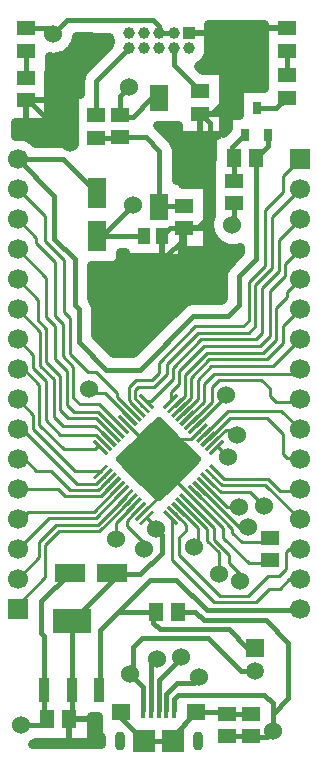
<source format=gbr>
G04 DipTrace 2.4.0.2*
%INTop.gbr*%
%MOMM*%
%ADD14C,0.406*%
%ADD15C,0.254*%
%ADD16C,0.4*%
%ADD17C,0.635*%
%ADD18C,0.762*%
%ADD19C,0.508*%
%ADD21R,2.6X1.6*%
%ADD22R,1.3X1.5*%
%ADD23R,1.5X1.3*%
%ADD24R,1.6X2.6*%
%ADD26R,1.7X1.7*%
%ADD27C,1.7*%
%ADD28R,1.9X1.9*%
%ADD29O,0.9X1.6*%
%ADD30R,1.6X1.4*%
%ADD31R,0.4X1.35*%
%ADD32R,1.0X1.0*%
%ADD33C,1.0*%
%ADD34R,1.0X1.35*%
%ADD35R,1.5X1.5*%
%ADD36C,1.5*%
%ADD38R,0.65X1.05*%
%ADD39R,1.6X2.2*%
%ADD41R,0.95X2.15*%
%ADD42R,3.25X2.15*%
%ADD44C,1.524*%
%FSLAX53Y53*%
G04*
G71*
G90*
G75*
G01*
%LNTop*%
%LPD*%
X16002Y61468D2*
D14*
X19457D1*
X21895D1*
X22337Y61910D1*
X24308D1*
X16992Y54658D2*
X17933D1*
X20921Y57646D1*
Y60004D1*
X19457Y61468D1*
X2200Y55826D2*
X2368D1*
X5997Y52197D1*
X11022Y28900D2*
D15*
X11004D1*
X8890Y31015D1*
X7903D1*
X7565Y31352D1*
X16962Y22960D2*
X16967D1*
X20628Y19299D1*
X21085D1*
X21009Y19679D1*
X12437Y20486D2*
X13257Y19665D1*
D14*
Y19517D1*
X13748Y19026D1*
Y17503D1*
X11906Y15661D1*
X9531D1*
Y15813D1*
X5899Y3392D2*
X6097Y3589D1*
Y5899D1*
Y11699D1*
X9531Y15133D1*
Y15813D1*
X13761Y44328D2*
X14398Y44965D1*
X15650D1*
X16992Y54658D2*
X17800Y53850D1*
Y46024D1*
X16741Y44965D1*
X15650D1*
X15327Y44277D2*
Y43848D1*
X14202Y42723D1*
X10381D1*
X8214Y40556D1*
X10669Y28547D2*
D15*
Y28523D1*
X12090Y27102D1*
X13117D1*
X16224D1*
X16962Y27840D1*
X16255Y22253D2*
X15011Y23497D1*
Y25207D1*
X14580Y25639D1*
X13117Y27102D1*
X12083Y20839D2*
X14580Y23336D1*
Y25639D1*
X2261Y61910D2*
D14*
X4028D1*
X4521Y61417D1*
X14732Y61468D2*
X13462D1*
Y62103D1*
X12979Y62586D1*
X5690D1*
X4521Y61417D1*
X13462Y55987D2*
X12858D1*
X11303Y54432D1*
X10333D1*
X10185Y54580D1*
X14762Y4199D2*
D16*
Y5135D1*
D14*
X15113Y5486D1*
X22403D1*
X23114Y4775D1*
Y3854D1*
Y2371D1*
X22622Y1880D1*
X21361D1*
X21260Y1981D1*
X19228Y1986D2*
X21255D1*
X21260Y1981D1*
X22716Y52867D2*
Y51895D1*
X21723Y50902D1*
X16255Y22253D2*
D15*
Y22226D1*
X18916Y19565D1*
Y18766D1*
X21085Y16598D1*
X22634D1*
X22907Y16871D1*
X3999Y3392D2*
D14*
X3797Y3594D1*
Y5899D1*
X12735Y24850D2*
X12561Y24676D1*
Y24215D1*
X13114Y24768D1*
Y25045D1*
X13045Y24976D1*
X8232Y47951D2*
X5384Y50800D1*
X1524D1*
X21723Y50902D2*
Y42357D1*
X20284Y40918D1*
Y38468D1*
X19337Y37521D1*
X16385D1*
X11873Y33009D1*
X9033D1*
X6694Y35349D1*
Y38133D1*
X6359Y38468D1*
Y42366D1*
X4633Y44093D1*
Y47691D1*
X1524Y50800D1*
X10185Y54580D2*
Y56145D1*
X10995Y56955D1*
X3797Y5899D2*
Y10439D1*
X3492Y10744D1*
Y13374D1*
X5931Y15813D1*
X1770Y2934D2*
X3542D1*
X3999Y3392D1*
X15121Y12497D2*
X16552D1*
X17277Y11771D1*
X22520D1*
X24454Y9837D1*
Y5194D1*
X23114Y3854D1*
X16609Y28193D2*
D15*
X19205Y30789D1*
Y30816D1*
X8232Y44351D2*
D14*
X8256Y44328D1*
X12261D1*
X11276Y46921D2*
X8707Y44351D1*
X8232D1*
X20816Y52867D2*
X20675D1*
X19696Y51887D1*
Y51028D1*
X19823Y50902D1*
X19831Y49012D2*
Y50893D1*
X19823Y50902D1*
X21766Y55167D2*
X23442D1*
X24308Y56032D1*
X10185Y52680D2*
X12395D1*
X13538Y51537D1*
Y46863D1*
X13462Y46787D1*
X8204Y52629D2*
X10135D1*
X10185Y52680D1*
X15650Y46865D2*
X13540D1*
X21260Y3881D2*
X19233D1*
X19228Y3886D1*
X10262Y3974D2*
Y3524D1*
X12262Y1524D1*
X14662D2*
X12262D1*
X14662D2*
Y1974D1*
X16662Y3974D1*
X19140D1*
X19228Y3886D1*
X14112Y4199D2*
D16*
X14100Y4211D1*
D14*
Y5545D1*
X15058Y6504D1*
X16478D1*
X16886Y6912D1*
Y6983D1*
X16609Y22607D2*
D15*
X16635D1*
X19715Y19527D1*
Y19185D1*
X20514Y18386D1*
X22522D1*
X22907Y18771D1*
X2200Y57726D2*
D14*
Y59949D1*
X2261Y60010D1*
X12162Y4199D2*
D16*
X12144Y4217D1*
D14*
Y6165D1*
X11065Y7244D1*
X21597Y7455D2*
X20414D1*
X17620Y10249D1*
X12028D1*
X11267Y9489D1*
Y7445D1*
X11065Y7244D1*
X24308Y57932D2*
Y60010D1*
X17669Y27132D2*
D15*
X17695D1*
X19468Y28905D1*
X22628D1*
X23962Y27572D1*
Y25852D1*
X24295Y25519D1*
X25281D1*
X25400Y25400D1*
X17316Y27486D2*
X19352Y29522D1*
X23818D1*
X25400Y27940D1*
X15548Y29254D2*
Y29264D1*
X16764Y30480D1*
Y32131D1*
X17907Y33274D1*
X23114D1*
X25400Y35560D1*
X15194Y29607D2*
Y29622D1*
X16180Y30607D1*
Y32309D1*
X17755Y33884D1*
X22631D1*
X24028Y35281D1*
Y36728D1*
X25400Y38100D1*
X14841Y29961D2*
X14848D1*
X15672Y30785D1*
Y32537D1*
X17551Y34417D1*
X22301D1*
X23419Y35535D1*
Y38227D1*
X24359Y39167D1*
Y39599D1*
X25400Y40640D1*
X14487Y30314D2*
Y31124D1*
X15164Y31801D1*
Y32893D1*
X17272Y35001D1*
X22047D1*
X22860Y35814D1*
Y39675D1*
X24155Y40970D1*
Y41935D1*
X25400Y43180D1*
X12437Y30314D2*
X12788D1*
X14656Y32182D1*
Y33172D1*
X17043Y35560D1*
X21742D1*
X22250Y36068D1*
Y39954D1*
X23622Y41326D1*
Y43942D1*
X25400Y45720D1*
X12083Y29961D2*
X11430Y30614D1*
Y31267D1*
X11709Y31547D1*
X13056D1*
X14148Y32639D1*
Y33452D1*
X16840Y36144D1*
X21082D1*
X21666Y36728D1*
Y40157D1*
X23089Y41580D1*
Y45949D1*
X25400Y48260D1*
X11730Y29607D2*
Y29622D1*
X10922Y30429D1*
Y31521D1*
X11557Y32156D1*
X12903D1*
X13487Y32741D1*
Y33604D1*
X16561Y36678D1*
X20650D1*
X21133Y37160D1*
Y40437D1*
X22504Y41808D1*
Y46482D1*
X24028Y48006D1*
Y49428D1*
X25400Y50800D1*
X1524Y48260D2*
X1549D1*
X3835Y45974D1*
Y43891D1*
X5461Y42266D1*
Y37871D1*
X5954Y37378D1*
Y34340D1*
X7487Y32807D1*
X8188D1*
X9957Y31039D1*
Y30673D1*
X11376Y29254D1*
X9608Y27486D2*
X8189Y28905D1*
X5817D1*
X5131Y29591D1*
Y32461D1*
X3962Y33630D1*
Y36449D1*
X3226Y37186D1*
Y38938D1*
X1524Y40640D1*
X9255Y27132D2*
X8117Y28270D1*
X5334D1*
X4572Y29032D1*
Y32207D1*
X3429Y33350D1*
Y36195D1*
X1524Y38100D1*
X8901Y26779D2*
X8883D1*
X8153Y27508D1*
X5156D1*
X3962Y28702D1*
Y32004D1*
X2845Y33122D1*
Y34239D1*
X1524Y35560D1*
X8548Y26425D2*
X8239D1*
X8103Y26289D1*
X5436D1*
X3378Y28346D1*
Y31699D1*
X2057Y33020D1*
X1524D1*
X8548Y24375D2*
Y24435D1*
X6375D1*
X2819Y27991D1*
Y29185D1*
X1524Y30480D1*
Y27940D2*
X1880D1*
X6528Y23292D1*
X8172D1*
X8901Y24021D1*
X9255Y23668D2*
X8371Y22784D1*
X5969D1*
X4343Y24409D1*
X3124D1*
X2134Y25400D1*
X1524D1*
Y22860D2*
X4978D1*
X5563Y22276D1*
X8570D1*
X9608Y23314D1*
X9962Y22960D2*
X7982Y20980D1*
X2438D1*
X1803Y20345D1*
X1549D1*
X1524Y20320D1*
Y17780D2*
Y17805D1*
X4191Y20472D1*
X8181D1*
X10315Y22607D1*
X1524Y15240D2*
Y15316D1*
X3327Y17120D1*
Y18415D1*
X4801Y19888D1*
X8304D1*
X10669Y22253D1*
X1524Y12700D2*
Y13106D1*
X3886Y15469D1*
Y18161D1*
X5029Y19304D1*
X8427D1*
X11022Y21900D1*
X14732Y60198D2*
D14*
Y58817D1*
X16992Y56558D1*
X20255Y21374D2*
D15*
X19256D1*
X17316Y23314D1*
X17669Y23668D2*
X17675D1*
X18712Y22630D1*
X21213D1*
X22392Y21451D1*
X18023Y24021D2*
X18828Y23216D1*
X22504D1*
X25400Y20320D1*
X18376Y24375D2*
X18399D1*
X19025Y23749D1*
X22733D1*
X23724Y22758D1*
X25298D1*
X25400Y22860D1*
X16255Y28547D2*
X16278D1*
X17958Y30226D1*
Y31572D1*
X18542Y32156D1*
X22149D1*
X22885Y31420D1*
Y30734D1*
X23368Y30251D1*
X25171D1*
X25400Y30480D1*
X15902Y28900D2*
X17272Y30271D1*
Y31801D1*
X18136Y32664D1*
X25044D1*
X25400Y33020D1*
X10315Y28193D2*
X8435Y30074D1*
X6782D1*
X6248Y30607D1*
Y33249D1*
X5359Y34138D1*
Y36906D1*
X4724Y37541D1*
Y42088D1*
X3124Y43688D1*
Y44120D1*
X1524Y45720D1*
X9962Y27840D2*
X8363Y29439D1*
X6325D1*
X5740Y30023D1*
Y32868D1*
X4674Y33934D1*
Y36703D1*
X3937Y37440D1*
Y40767D1*
X1524Y43180D1*
X14487Y20486D2*
X14614Y20359D1*
Y16884D1*
X18167Y13331D1*
X21719D1*
X22820Y14432D1*
X23731D1*
X24540Y15240D1*
X25400D1*
X14841Y20839D2*
X15809Y19871D1*
Y19399D1*
X15149Y18739D1*
Y17293D1*
X18638Y13803D1*
X20996D1*
X22725Y15532D1*
X23637D1*
X24266Y16161D1*
Y17544D1*
X24502Y17780D1*
X25400D1*
X12812Y4199D2*
D16*
X12828Y4215D1*
D14*
Y7999D1*
X13348Y8519D1*
X9853Y18635D2*
X10036D1*
Y18791D1*
X11376Y21546D2*
D15*
X9853Y20023D1*
Y18635D1*
X13462Y4199D2*
D14*
Y6736D1*
X15319Y8593D1*
Y8694D1*
X11730Y21193D2*
D15*
X10763Y20226D1*
Y19777D1*
X12213Y18326D1*
Y18031D1*
D14*
Y17829D1*
X15194Y21193D2*
D15*
X16796Y19591D1*
Y18359D1*
D14*
X16441Y18004D1*
X25400Y12700D2*
X25309Y12609D1*
X17587D1*
X14970Y15226D1*
X12759D1*
X10029Y12497D1*
X8520Y10987D1*
Y5899D1*
X8397D1*
X13221Y12497D2*
X10029D1*
X21597Y9455D2*
X20963D1*
X19408Y11010D1*
X13549D1*
X13017Y11543D1*
Y12293D1*
X13221Y12497D1*
X18376Y26425D2*
D15*
X18480D1*
X19335Y25570D1*
X18023Y26779D2*
X19129Y27885D1*
X19674D1*
X20062Y27498D1*
X15548Y21546D2*
X17602Y19492D1*
Y18491D1*
X18567Y17526D1*
Y15697D1*
X8204Y54529D2*
D14*
Y57480D1*
X10922Y60198D1*
X15902Y21900D2*
D15*
Y21894D1*
X18161Y19634D1*
Y18618D1*
X19431Y17348D1*
Y16637D1*
X20396Y15672D1*
Y15164D1*
X20371Y15138D1*
X19831Y47112D2*
D14*
Y45847D1*
X20062Y45617D1*
X19671Y45226D1*
D44*
X5997Y52197D3*
X7565Y31352D3*
D3*
X21009Y19679D3*
D3*
X13257Y19517D3*
X8214Y40556D3*
X5997Y52197D3*
X13257Y19517D3*
X4521Y61417D3*
X12735Y24850D3*
X10995Y56955D3*
X1770Y2934D3*
X23114Y2371D3*
X19205Y30816D3*
X11276Y46921D3*
X19205Y30816D3*
X16886Y6983D3*
X11065Y7244D3*
X20255Y21374D3*
X22392Y21451D3*
D3*
X13348Y8519D3*
X9853Y18635D3*
X13348Y8519D3*
X9853Y18635D3*
X15319Y8694D3*
X12213Y17829D3*
X15319Y8694D3*
X16441Y18004D3*
X19335Y25570D3*
D3*
X20062Y27498D3*
D3*
X18567Y15697D3*
D3*
X20371Y15138D3*
X19671Y45226D3*
X20371Y15138D3*
X19671Y45226D3*
X13144Y28261D2*
D17*
X13780D1*
X12508Y27629D2*
X14415D1*
X11873Y26998D2*
X15050D1*
X11248Y26366D2*
X15695D1*
X10613Y25734D2*
X16311D1*
X10574Y25103D2*
X16350D1*
X11209Y24471D2*
X15715D1*
X11844Y23839D2*
X15080D1*
X12469Y23207D2*
X14455D1*
X13104Y22576D2*
X13820D1*
X13461Y28645D2*
X12263Y27447D1*
X11935Y27165D1*
X11768Y26952D1*
X10403Y25590D1*
X10217Y25401D1*
X11504Y24109D1*
X12565Y23048D1*
X13183Y22434D1*
X13297Y22296D1*
X13529Y22222D1*
X14661Y23353D1*
X14989Y23635D1*
X15156Y23848D1*
X16521Y25210D1*
X16707Y25399D1*
X15863Y26245D1*
X15581Y26574D1*
X15368Y26740D1*
X14005Y28106D1*
X13463Y28645D1*
X17747Y61471D2*
D18*
X22314D1*
X6403Y60713D2*
X9251D1*
X17747D2*
X22314D1*
X5862Y59954D2*
X8657D1*
X17747D2*
X22314D1*
X4258Y59195D2*
X7897D1*
X17414D2*
X22314D1*
X4258Y58437D2*
X7137D1*
X17133D2*
X22314D1*
X4195Y57678D2*
X6762D1*
X18987D2*
X22314D1*
X4195Y56919D2*
X6751D1*
X18987D2*
X22314D1*
X4195Y56161D2*
X6209D1*
X18987D2*
X20189D1*
X4195Y55402D2*
X6209D1*
X18987D2*
X20189D1*
X4195Y54643D2*
X6209D1*
X18987D2*
X20189D1*
X1346Y53885D2*
X6209D1*
X1346Y53126D2*
X6209D1*
X13976D2*
X14991D1*
X2883Y52367D2*
X6209D1*
X14716D2*
X17928D1*
X14987Y51609D2*
X17928D1*
X14987Y50850D2*
X17928D1*
X14987Y50091D2*
X17834D1*
X14987Y49333D2*
X17834D1*
X17653Y44022D2*
X18084D1*
X17653Y43263D2*
X20272D1*
X15508Y42505D2*
X19845D1*
X7810Y41746D2*
X19105D1*
X7810Y40987D2*
X18834D1*
X7810Y40229D2*
X18834D1*
X7810Y39470D2*
X18834D1*
X8018Y38711D2*
X15616D1*
X8143Y37953D2*
X14793D1*
X8143Y37194D2*
X14032D1*
X8143Y36435D2*
X13272D1*
X8393Y35677D2*
X12522D1*
X9143Y34918D2*
X11762D1*
X7799Y3054D2*
X8209D1*
X7799Y2295D2*
X8209D1*
X7799Y1537D2*
X8459D1*
X10206Y42960D2*
Y41878D1*
X7737D1*
X7736Y39023D1*
X7863Y38861D1*
X7997Y38576D1*
X8070Y38133D1*
Y35915D1*
X9604Y34385D1*
X11293Y34386D1*
X13257Y36340D1*
X15411Y38494D1*
X15673Y38699D1*
X15976Y38835D1*
X16385Y38897D1*
X18770D1*
X18901Y39032D1*
X18907Y40918D1*
X18947Y41248D1*
X19065Y41559D1*
X19310Y41892D1*
X20349Y42930D1*
X20346Y43410D1*
X20042Y43327D1*
X19711Y43291D1*
X19379Y43313D1*
X19056Y43391D1*
X18750Y43524D1*
X18472Y43707D1*
X18229Y43935D1*
X18029Y44201D1*
X17878Y44497D1*
X17780Y44816D1*
X17737Y45146D1*
X17752Y45478D1*
X17824Y45803D1*
X17907Y46006D1*
X17918Y48936D1*
X17907Y49189D1*
Y50836D1*
X18001D1*
X17999Y52825D1*
X18382Y52834D1*
X15068D1*
Y53715D1*
X13316Y53701D1*
X14512Y52510D1*
X14717Y52248D1*
X14853Y51945D1*
X14915Y51537D1*
Y49068D1*
X15435Y49060D1*
Y48696D1*
X17574Y48688D1*
X17563Y45041D1*
X17574Y44988D1*
Y43141D1*
X15434D1*
X15435Y42480D1*
X10588D1*
Y42948D1*
X10209Y42951D1*
X7723Y3650D2*
Y1468D1*
X3031Y1466D1*
X2752Y1267D1*
X8545Y1270D1*
X8549Y1874D1*
X8289Y2101D1*
Y3653D1*
X7723Y3651D1*
X4184Y59511D2*
Y58187D1*
X4132D1*
X4123Y55903D1*
Y54003D1*
X1271D1*
X1270Y52809D1*
X1655Y52819D1*
X1985Y52770D1*
X2301Y52668D1*
X2597Y52515D1*
X2864Y52316D1*
X3001Y52174D1*
X5384Y52177D1*
X5714Y52137D1*
X6110Y51968D1*
X6281Y52139D1*
X6291Y54452D1*
X6281Y54705D1*
Y56352D1*
X6833D1*
X6828Y57480D1*
X6868Y57810D1*
X6986Y58121D1*
X7231Y58454D1*
X9271Y60494D1*
X9379Y60828D1*
X9271Y61202D1*
X6448Y61209D1*
X6343Y60764D1*
X6204Y60461D1*
X6015Y60187D1*
X5782Y59949D1*
X5512Y59755D1*
X5212Y59609D1*
X4892Y59518D1*
X4561Y59482D1*
X4179Y59516D1*
X22384Y56869D2*
Y62230D1*
X17670D1*
X17675Y60741D1*
Y59795D1*
X17628D1*
X17544Y59549D1*
X17385Y59256D1*
X17172Y59001D1*
X16912Y58794D1*
X16773Y58722D1*
X17112Y58384D1*
X18915Y58381D1*
X18905Y54734D1*
X18915Y54681D1*
Y53054D1*
X19319Y53457D1*
X19317Y54565D1*
X20265D1*
X20267Y56865D1*
X22384Y56876D1*
X22395Y57856D1*
X22384Y58109D1*
X22395Y59756D1*
X22384Y60853D1*
X22395Y61833D1*
X20352Y43416D2*
X20042Y43327D1*
X19711Y43291D1*
X19379Y43313D1*
X19056Y43391D1*
X18750Y43524D1*
X18472Y43707D1*
X18229Y43935D1*
X18029Y44201D1*
X17878Y44497D1*
X17780Y44816D1*
X17737Y45146D1*
X17752Y45478D1*
X17824Y45803D1*
X17907Y46006D1*
X5899Y3392D2*
D19*
Y1469D1*
Y3392D2*
X7722D1*
X22386Y61910D2*
X24308D1*
X16002Y61468D2*
X17674D1*
X13761Y44328D2*
Y42481D1*
X15650Y44965D2*
Y43142D1*
Y44965D2*
X17572D1*
X2200Y55826D2*
Y54004D1*
Y55826D2*
X4122D1*
X16992Y54658D2*
Y52835D1*
Y54658D2*
X18914D1*
D21*
X9531Y15813D3*
X5931D3*
D23*
X22907Y18771D3*
Y16871D3*
D24*
X8232Y44351D3*
Y47951D3*
D23*
X10185Y52680D3*
Y54580D3*
X21260Y1981D3*
Y3881D3*
D22*
X13221Y12497D3*
X15121D3*
X5899Y3392D3*
X3999D3*
D23*
X2261Y60010D3*
Y61910D3*
X24308D3*
Y60010D3*
D26*
X1524Y12700D3*
D27*
Y15240D3*
Y17780D3*
Y20320D3*
Y22860D3*
Y25400D3*
Y27940D3*
Y30480D3*
Y33020D3*
Y35560D3*
Y38100D3*
Y40640D3*
Y43180D3*
Y45720D3*
Y48260D3*
Y50800D3*
D26*
X25400D3*
D27*
Y48260D3*
Y45720D3*
Y43180D3*
Y40640D3*
Y38100D3*
Y35560D3*
Y33020D3*
Y30480D3*
Y27940D3*
Y25400D3*
Y22860D3*
Y20320D3*
Y17780D3*
Y15240D3*
Y12700D3*
D28*
X14662Y1524D3*
X12262D3*
D29*
X10162D3*
X16762D3*
D30*
X10262Y3974D3*
X16662D3*
D31*
X12162Y4199D3*
X12812D3*
X13462D3*
X14112D3*
X14762D3*
D32*
X16002Y61468D3*
D33*
X14732D3*
X13462D3*
X12192D3*
X10922D3*
X16002Y60198D3*
X14732D3*
X13462D3*
X12192D3*
X10922D3*
D34*
X13761Y44328D3*
X12261D3*
D35*
X21597Y9455D3*
D36*
Y7455D3*
D38*
X20816Y52867D3*
X22716D3*
X21766Y55167D3*
D23*
X15650Y46865D3*
Y44965D3*
X8204Y52629D3*
Y54529D3*
X19228Y3886D3*
Y1986D3*
X2200Y55826D3*
Y57726D3*
X24308Y56032D3*
Y57932D3*
X19831Y47112D3*
Y49012D3*
D22*
X21723Y50902D3*
X19823D3*
D23*
X16992Y56558D3*
Y54658D3*
D39*
X13462Y46787D3*
Y55987D3*
G36*
X18836Y27097D2*
X19048Y26885D1*
X17917Y25754D1*
X17705Y25966D1*
X18836Y27097D1*
G37*
G36*
X18482Y27451D2*
X18695Y27238D1*
X17563Y26107D1*
X17351Y26319D1*
X18482Y27451D1*
G37*
G36*
X18129Y27804D2*
X18341Y27592D1*
X17210Y26461D1*
X16998Y26673D1*
X18129Y27804D1*
G37*
G36*
X17775Y28158D2*
X17987Y27946D1*
X16856Y26814D1*
X16644Y27026D1*
X17775Y28158D1*
G37*
G36*
X17422Y28511D2*
X17634Y28299D1*
X16503Y27168D1*
X16290Y27380D1*
X17422Y28511D1*
G37*
G36*
X17068Y28865D2*
X17280Y28653D1*
X16149Y27521D1*
X15937Y27733D1*
X17068Y28865D1*
G37*
G36*
X16715Y29218D2*
X16927Y29006D1*
X15795Y27875D1*
X15583Y28087D1*
X16715Y29218D1*
G37*
G36*
X16361Y29572D2*
X16573Y29360D1*
X15442Y28228D1*
X15230Y28441D1*
X16361Y29572D1*
G37*
G36*
X16008Y29925D2*
X16220Y29713D1*
X15088Y28582D1*
X14876Y28794D1*
X16008Y29925D1*
G37*
G36*
X15654Y30279D2*
X15866Y30067D1*
X14735Y28936D1*
X14523Y29148D1*
X15654Y30279D1*
G37*
G36*
X15300Y30633D2*
X15513Y30420D1*
X14381Y29289D1*
X14169Y29501D1*
X15300Y30633D1*
G37*
G36*
X14947Y30986D2*
X15159Y30774D1*
X14028Y29643D1*
X13816Y29855D1*
X14947Y30986D1*
G37*
G36*
X11765Y30774D2*
X11977Y30986D1*
X13108Y29855D1*
X12896Y29643D1*
X11765Y30774D1*
G37*
G36*
X11411Y30420D2*
X11624Y30633D1*
X12755Y29501D1*
X12543Y29289D1*
X11411Y30420D1*
G37*
G36*
X11058Y30067D2*
X11270Y30279D1*
X12401Y29148D1*
X12189Y28936D1*
X11058Y30067D1*
G37*
G36*
X10704Y29713D2*
X10916Y29925D1*
X12048Y28794D1*
X11836Y28582D1*
X10704Y29713D1*
G37*
G36*
X10351Y29360D2*
X10563Y29572D1*
X11694Y28441D1*
X11482Y28228D1*
X10351Y29360D1*
G37*
G36*
X9997Y29006D2*
X10209Y29218D1*
X11341Y28087D1*
X11129Y27875D1*
X9997Y29006D1*
G37*
G36*
X9644Y28653D2*
X9856Y28865D1*
X10987Y27733D1*
X10775Y27521D1*
X9644Y28653D1*
G37*
G36*
X9290Y28299D2*
X9502Y28511D1*
X10634Y27380D1*
X10421Y27168D1*
X9290Y28299D1*
G37*
G36*
X8937Y27946D2*
X9149Y28158D1*
X10280Y27026D1*
X10068Y26814D1*
X8937Y27946D1*
G37*
G36*
X8583Y27592D2*
X8795Y27804D1*
X9926Y26673D1*
X9714Y26461D1*
X8583Y27592D1*
G37*
G36*
X8229Y27238D2*
X8442Y27451D1*
X9573Y26319D1*
X9361Y26107D1*
X8229Y27238D1*
G37*
G36*
X7876Y26885D2*
X8088Y27097D1*
X9219Y25966D1*
X9007Y25754D1*
X7876Y26885D1*
G37*
G36*
X9007Y25046D2*
X9219Y24834D1*
X8088Y23703D1*
X7876Y23915D1*
X9007Y25046D1*
G37*
G36*
X9361Y24693D2*
X9573Y24481D1*
X8442Y23349D1*
X8229Y23562D1*
X9361Y24693D1*
G37*
G36*
X9714Y24339D2*
X9926Y24127D1*
X8795Y22996D1*
X8583Y23208D1*
X9714Y24339D1*
G37*
G36*
X10068Y23986D2*
X10280Y23774D1*
X9149Y22642D1*
X8937Y22854D1*
X10068Y23986D1*
G37*
G36*
X10421Y23632D2*
X10634Y23420D1*
X9502Y22289D1*
X9290Y22501D1*
X10421Y23632D1*
G37*
G36*
X10775Y23279D2*
X10987Y23067D1*
X9856Y21935D1*
X9644Y22147D1*
X10775Y23279D1*
G37*
G36*
X11129Y22925D2*
X11341Y22713D1*
X10209Y21582D1*
X9997Y21794D1*
X11129Y22925D1*
G37*
G36*
X11482Y22572D2*
X11694Y22359D1*
X10563Y21228D1*
X10351Y21440D1*
X11482Y22572D1*
G37*
G36*
X11836Y22218D2*
X12048Y22006D1*
X10916Y20875D1*
X10704Y21087D1*
X11836Y22218D1*
G37*
G36*
X12189Y21864D2*
X12401Y21652D1*
X11270Y20521D1*
X11058Y20733D1*
X12189Y21864D1*
G37*
G36*
X12543Y21511D2*
X12755Y21299D1*
X11624Y20167D1*
X11411Y20380D1*
X12543Y21511D1*
G37*
G36*
X12896Y21157D2*
X13108Y20945D1*
X11977Y19814D1*
X11765Y20026D1*
X12896Y21157D1*
G37*
G36*
X13816Y20945D2*
X14028Y21157D1*
X15159Y20026D1*
X14947Y19814D1*
X13816Y20945D1*
G37*
G36*
X14169Y21299D2*
X14381Y21511D1*
X15513Y20380D1*
X15300Y20167D1*
X14169Y21299D1*
G37*
G36*
X14523Y21652D2*
X14735Y21864D1*
X15866Y20733D1*
X15654Y20521D1*
X14523Y21652D1*
G37*
G36*
X14876Y22006D2*
X15088Y22218D1*
X16220Y21087D1*
X16008Y20875D1*
X14876Y22006D1*
G37*
G36*
X15230Y22359D2*
X15442Y22572D1*
X16573Y21440D1*
X16361Y21228D1*
X15230Y22359D1*
G37*
G36*
X15583Y22713D2*
X15795Y22925D1*
X16927Y21794D1*
X16715Y21582D1*
X15583Y22713D1*
G37*
G36*
X15937Y23067D2*
X16149Y23279D1*
X17280Y22147D1*
X17068Y21935D1*
X15937Y23067D1*
G37*
G36*
X16290Y23420D2*
X16503Y23632D1*
X17634Y22501D1*
X17422Y22289D1*
X16290Y23420D1*
G37*
G36*
X16644Y23774D2*
X16856Y23986D1*
X17987Y22854D1*
X17775Y22642D1*
X16644Y23774D1*
G37*
G36*
X16998Y24127D2*
X17210Y24339D1*
X18341Y23208D1*
X18129Y22996D1*
X16998Y24127D1*
G37*
G36*
X17351Y24481D2*
X17563Y24693D1*
X18695Y23562D1*
X18482Y23349D1*
X17351Y24481D1*
G37*
G36*
X17705Y24834D2*
X17917Y25046D1*
X19048Y23915D1*
X18836Y23703D1*
X17705Y24834D1*
G37*
D41*
X3797Y5899D3*
X6097D3*
X8397D3*
D42*
X6097Y11699D3*
M02*

</source>
